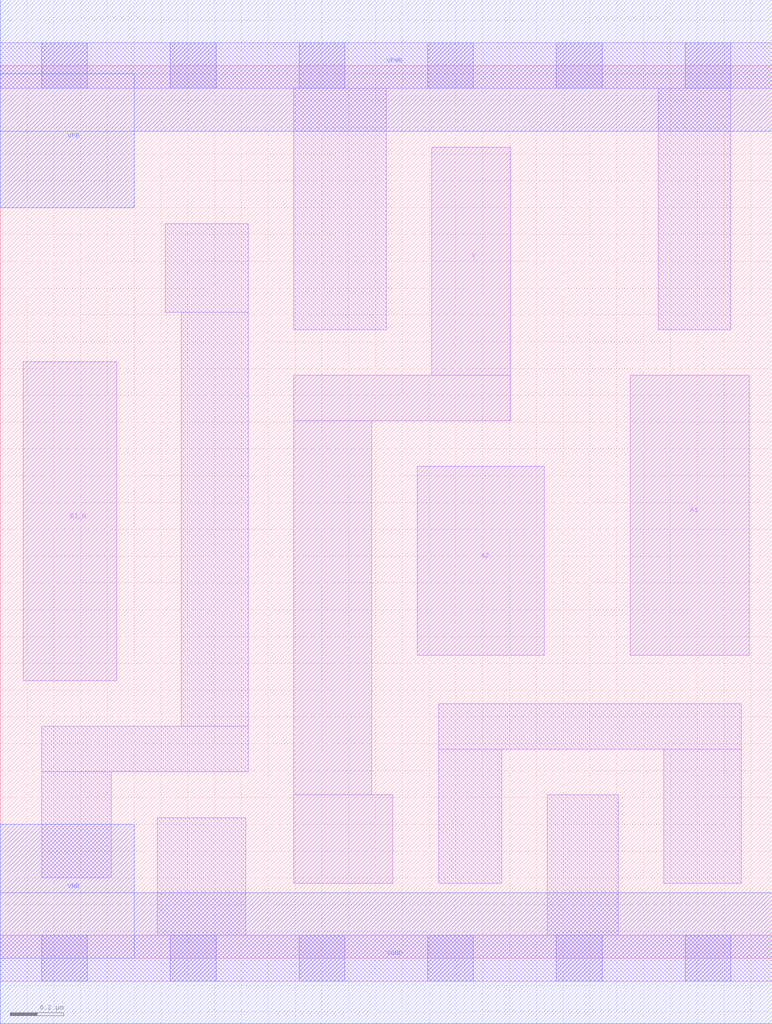
<source format=lef>
# Copyright 2020 The SkyWater PDK Authors
#
# Licensed under the Apache License, Version 2.0 (the "License");
# you may not use this file except in compliance with the License.
# You may obtain a copy of the License at
#
#     https://www.apache.org/licenses/LICENSE-2.0
#
# Unless required by applicable law or agreed to in writing, software
# distributed under the License is distributed on an "AS IS" BASIS,
# WITHOUT WARRANTIES OR CONDITIONS OF ANY KIND, either express or implied.
# See the License for the specific language governing permissions and
# limitations under the License.
#
# SPDX-License-Identifier: Apache-2.0

VERSION 5.5 ;
NAMESCASESENSITIVE ON ;
BUSBITCHARS "[]" ;
DIVIDERCHAR "/" ;
MACRO sky130_fd_sc_lp__o21bai_0
  CLASS CORE ;
  SOURCE USER ;
  ORIGIN  0.000000  0.000000 ;
  SIZE  2.880000 BY  3.330000 ;
  SYMMETRY X Y R90 ;
  SITE unit ;
  PIN A1
    ANTENNAGATEAREA  0.159000 ;
    DIRECTION INPUT ;
    USE SIGNAL ;
    PORT
      LAYER li1 ;
        RECT 2.350000 1.130000 2.795000 2.175000 ;
    END
  END A1
  PIN A2
    ANTENNAGATEAREA  0.159000 ;
    DIRECTION INPUT ;
    USE SIGNAL ;
    PORT
      LAYER li1 ;
        RECT 1.555000 1.130000 2.030000 1.835000 ;
    END
  END A2
  PIN B1_N
    ANTENNAGATEAREA  0.126000 ;
    DIRECTION INPUT ;
    USE SIGNAL ;
    PORT
      LAYER li1 ;
        RECT 0.085000 1.035000 0.435000 2.225000 ;
    END
  END B1_N
  PIN Y
    ANTENNADIFFAREA  0.290500 ;
    DIRECTION OUTPUT ;
    USE SIGNAL ;
    PORT
      LAYER li1 ;
        RECT 1.095000 0.280000 1.465000 0.610000 ;
        RECT 1.095000 0.610000 1.385000 2.005000 ;
        RECT 1.095000 2.005000 1.905000 2.175000 ;
        RECT 1.610000 2.175000 1.905000 3.025000 ;
    END
  END Y
  PIN VGND
    DIRECTION INOUT ;
    USE GROUND ;
    PORT
      LAYER met1 ;
        RECT 0.000000 -0.245000 2.880000 0.245000 ;
    END
  END VGND
  PIN VNB
    DIRECTION INOUT ;
    USE GROUND ;
    PORT
      LAYER met1 ;
        RECT 0.000000 0.000000 0.500000 0.500000 ;
    END
  END VNB
  PIN VPB
    DIRECTION INOUT ;
    USE POWER ;
    PORT
      LAYER met1 ;
        RECT 0.000000 2.800000 0.500000 3.300000 ;
    END
  END VPB
  PIN VPWR
    DIRECTION INOUT ;
    USE POWER ;
    PORT
      LAYER met1 ;
        RECT 0.000000 3.085000 2.880000 3.575000 ;
    END
  END VPWR
  OBS
    LAYER li1 ;
      RECT 0.000000 -0.085000 2.880000 0.085000 ;
      RECT 0.000000  3.245000 2.880000 3.415000 ;
      RECT 0.155000  0.300000 0.415000 0.695000 ;
      RECT 0.155000  0.695000 0.925000 0.865000 ;
      RECT 0.585000  0.085000 0.915000 0.525000 ;
      RECT 0.615000  2.410000 0.925000 2.740000 ;
      RECT 0.675000  0.865000 0.925000 2.410000 ;
      RECT 1.095000  2.345000 1.440000 3.245000 ;
      RECT 1.635000  0.280000 1.870000 0.780000 ;
      RECT 1.635000  0.780000 2.765000 0.950000 ;
      RECT 2.040000  0.085000 2.305000 0.610000 ;
      RECT 2.455000  2.345000 2.725000 3.245000 ;
      RECT 2.475000  0.280000 2.765000 0.780000 ;
    LAYER mcon ;
      RECT 0.155000 -0.085000 0.325000 0.085000 ;
      RECT 0.155000  3.245000 0.325000 3.415000 ;
      RECT 0.635000 -0.085000 0.805000 0.085000 ;
      RECT 0.635000  3.245000 0.805000 3.415000 ;
      RECT 1.115000 -0.085000 1.285000 0.085000 ;
      RECT 1.115000  3.245000 1.285000 3.415000 ;
      RECT 1.595000 -0.085000 1.765000 0.085000 ;
      RECT 1.595000  3.245000 1.765000 3.415000 ;
      RECT 2.075000 -0.085000 2.245000 0.085000 ;
      RECT 2.075000  3.245000 2.245000 3.415000 ;
      RECT 2.555000 -0.085000 2.725000 0.085000 ;
      RECT 2.555000  3.245000 2.725000 3.415000 ;
  END
END sky130_fd_sc_lp__o21bai_0

</source>
